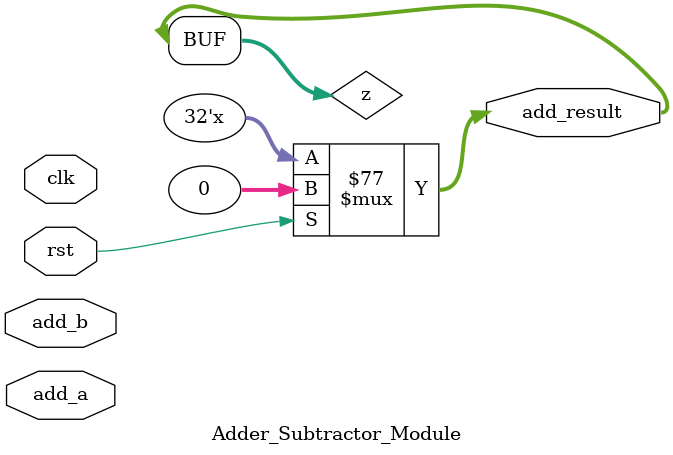
<source format=v>
`timescale 1ns/1ns

module Adder_Subtractor_Module(clk, rst, add_a, add_b, add_result);

	input [31:0] add_a;
	input [31:0] add_b;
	output [31:0] add_result;
	
	input clk, rst;
	reg [3:0] state;
	
	parameter		unpack 			= 4'd0,
					special_case	= 4'd1,
					align			= 4'd2,
					add_0			= 4'd3,
					add_1			= 4'd4,
					normalize_1		= 4'd5,
					normalize_2		= 4'd6,
					round			= 4'd7,
					pack			= 4'd8;

				
	reg [31:0] a,b,z;
	reg [26:0] a_m,b_m;
	reg [23:0] z_m;
	reg [9:0] a_e, b_e, z_e;
	reg a_s, b_s, z_s;
	reg [27:0] sum;			
	reg guard, round_bit, sticky;

	initial state <= unpack;
	
	always@(add_a or add_b)
	begin
	
		if(rst)
		begin
			state <= unpack;
			z <= 32'b0;
			a <= 32'b0;
			b <= 32'b0;
		end
		
		else
		begin
			case(state)
				
				//Unpacking of inputs and separation of Sign, Exponent and Mantessa bits;
				unpack:
				begin

					a <= add_a;
					b <= add_b;

					a_m <= {a[22:0],3'b0};
					b_m <= {b[22:0],3'b0};
					a_e <= a[30:23] - 127;
					b_e <= b[30:23] - 127;
					a_s <= a[31];
					b_s <= b[31];
					state <= special_case;
				end
				
				//Special Cases such as Operation with NaN, inf and Zero;
				special_case:
				begin
					//If a is Nan or b is NaN return NaN;
					if((a_e == 128 && a_m!= 0) || (b_e == 128 && b_m!= 0))
					begin
						z[31] <= 1;
						z[30:23] <= 255;
						z[22] <= 1;
						z[21:0] <= 0;
						state <= pack;
					end	
					
					//If a is inf return inf;
					else if (a_e == 128)
					begin
						z[31] <= a_s;
						z[30:23] <= 255;
						z[22:0] <= 0;
					end
					
					//If a is inf and signs don't match return NaN;
					if ((b_e == 128) && (a_s != b_s)) 
					begin
						z[31] <= b_s;
						z[30:23] <= 255;
						z[22] <= 1;
						z[21:0] <= 0;
						state <= pack;
					end
					
					//If b is inf return inf;
					else if (b_e == 128) 
					begin
						z[31] <= b_s;
						z[30:23] <= 255;
						z[22:0] <= 0;
						state <= pack;
					end
					
					//If a is zero return b;
					else if ((($signed(a_e) == -127) && (a_m == 0)) && (($signed(b_e) == -127) && (b_m == 0))) 
					begin
						z[31] <= a_s & b_s;
						z[30:23] <= b_e[7:0] + 127;
						z[22:0] <= b_m[26:3];
						state <= pack;
					end
					
					//If a is zero return b;
					else if (($signed(a_e) == -127) && (a_m == 0))
					begin
						z[31] <= b_s;
						z[30:23] <= b_e[7:0] + 127;
						z[22:0] <= b_m[26:3];
						state <= pack;
					end
					
					//If b is zero return a;
					else if (($signed(b_e) == -127) && (b_m == 0))
					begin
						z[31] <= a_s;
						z[30:23] <= a_e[7:0] + 127;
						z[22:0] <= a_m[26:3];
						state <= pack;
					end
					
					//Denormalised Number;
					else 
					begin
						if ($signed(a_e) == -127)
							a_e <= -126;
							
						else
							a_m[26] <= 1;
					end
					
					//Denormalised Number;
					if ($signed(b_e) == -127)
						b_e <= -126;
					else 
						b_m[26] <= 1;
				
					state <= align;
				end
				
				//Alignment if Input if exponents of the inputs are diffrent;
				align:
				begin
					if($signed(a_e) > $signed(b_e))
					begin	
						b_e <= b_e + 1;
						b_m <= b_m >> 1;
						b_m[0] <= b_m[0] | b_m[1];
					end
					
					else if($signed(a_e) < $signed(b_e))
					begin	
						a_e <= a_e + 1;
						a_m <= a_m >> 1;
						a_m[0] <= a_m[0] | a_m[1];
					end
					
					else
						state <= add_0;
						
				end
				
				//Adding of Mantessa, where exponents are equal;
				add_0:
				begin
					z_e <= a_e;
					
					if(a_s == b_s)
					begin
						z_s <= a_s;
						sum <= a_m + b_m;
					end

					else 
					begin
						if(a_m >= b_m)
						begin
							sum <= a_m - b_m;
							z_s <= a_s;
						end

						else
						begin
							sum <= b_m - a_m;
							z_s <= b_s;
						end
					end

					state <= add_1;
				end

				add_1:
				begin
					
					if(sum[27])
					begin
						z_m <= sum[27:4];
						guard <= sum[3];
						sticky <= sum[3] | sum[0];
					end

					else
					begin
						z_m <= sum[27:3];
						guard <= sum[2];
						round_bit <= sum[1];
						sticky <= sum[0];
					end

					state <= normalize_1;
				end
				
				//Normalization of result to the form (-1)^Sign 1.Mantessa * 2^Exponent;
				normalize_1:
				begin

					if(z_m[23] == 0 && $signed(z_e) > -126) 
					begin
						z_e <= z_e - 1;
						z_m <= z_m << 1;
						z_m <= guard;
						guard <= round_bit;
						round_bit <= 0;
					end

					else
						state <= normalize_2;
					
				end

				normalize_2:
				begin
					if ($signed(z_e) < -126)
					begin
						z_e <= z_e + 1;
						z_m <= z_m >> 1;
						guard <= z_m[0];
						round_bit <= guard;
						sticky <= sticky | round_bit;	
					end

					else
						state <= round;

				end
				
				//Rounding of Z with gurad, round_bit and sticky;
				round:
				begin
					if (guard && (round_bit | sticky | z_m[0]))
					begin
						z_m <= z_m + 1;
						if(z_m == 24'hffffff)
							z_e <= z_e + 1;

					end
					state <= pack;

				end
				
				//Final packing of the register z if special cases or error accurs;
				pack:
				begin
					z[22:0] <= z_m[22:0];
					z[30:23] <= z_e[7:0] + 127;
					z[31] <= z_s;
					if ($signed(z_e) == -126 && z_m[23] == 0) 
						z[30:23] <= 0;
					if ($signed(z_e) == -126 && z_m[23:0] == 0)
						z[31] <= 1'b0;	//Fix sign bug: -a + a = +0;

					//If overflow occurs, return inf;
					if($signed(z_e) > 127)
					begin
						z[22:0] <= 0;
						z[30:23] <= 255;
						z[31] <= z_s;
					end	

					state <= unpack;
				end
				
		 	endcase
		end
	    
	end

	//Assigning Reg z to the output of the module	
	assign add_result[31:0] = z[31:0]; 

endmodule	

</source>
